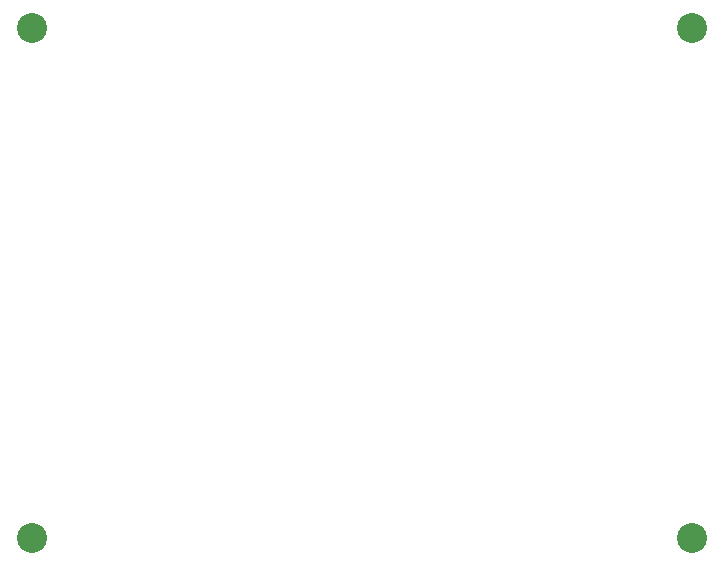
<source format=gbr>
%TF.GenerationSoftware,KiCad,Pcbnew,9.0.7*%
%TF.CreationDate,2026-02-15T10:57:48-05:00*%
%TF.ProjectId,destinationWeatherStation_v4-5,64657374-696e-4617-9469-6f6e57656174,03*%
%TF.SameCoordinates,PX6bcb370PY43d3480*%
%TF.FileFunction,NonPlated,1,2,NPTH,Drill*%
%TF.FilePolarity,Positive*%
%FSLAX46Y46*%
G04 Gerber Fmt 4.6, Leading zero omitted, Abs format (unit mm)*
G04 Created by KiCad (PCBNEW 9.0.7) date 2026-02-15 10:57:48*
%MOMM*%
%LPD*%
G01*
G04 APERTURE LIST*
%TA.AperFunction,ComponentDrill*%
%ADD10C,2.540000*%
%TD*%
G04 APERTURE END LIST*
D10*
%TO.C,H1*%
X3810000Y-3810000D03*
%TO.C,H3*%
X3810000Y-46990000D03*
%TO.C,H2*%
X59690000Y-3810000D03*
%TO.C,H4*%
X59690000Y-46990000D03*
M02*

</source>
